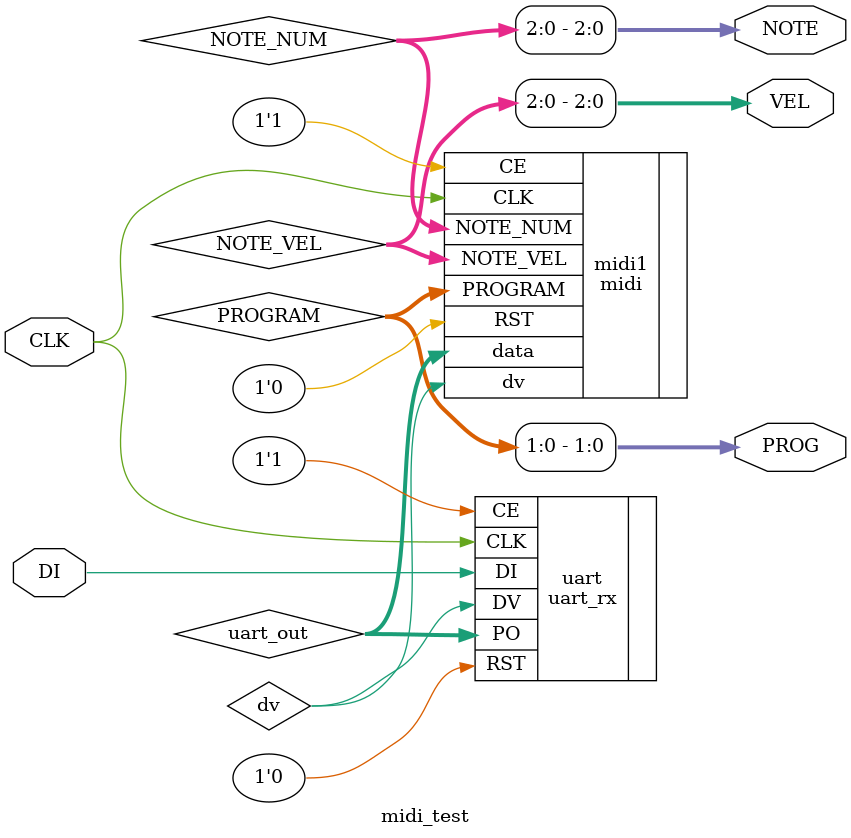
<source format=v>
module midi_test (
	input CLK,
	input DI,
	output [2:0] NOTE,
	output [2:0] VEL,
	output [1:0] PROG
);

wire dv;
wire [7:0] uart_out;

wire [7:0] NOTE_NUM;
wire [7:0] NOTE_VEL;
wire [7:0] PROGRAM;

assign NOTE = NOTE_NUM[2:0];
assign VEL = NOTE_VEL[2:0];
assign PROG = PROGRAM[1:0];

uart_rx uart (
	.CLK(CLK),
	.CE(1'd1),
	.RST(1'd0),
	.DI(DI),
	.DV(dv),
	.PO(uart_out)
);

midi midi1(
	.CLK(CLK),
	.CE(1'd1),
	.RST(1'd0),
	.data(uart_out),
	.dv(dv),
	.NOTE_NUM(NOTE_NUM),
	.NOTE_VEL(NOTE_VEL),
	.PROGRAM(PROGRAM)
);



endmodule
</source>
